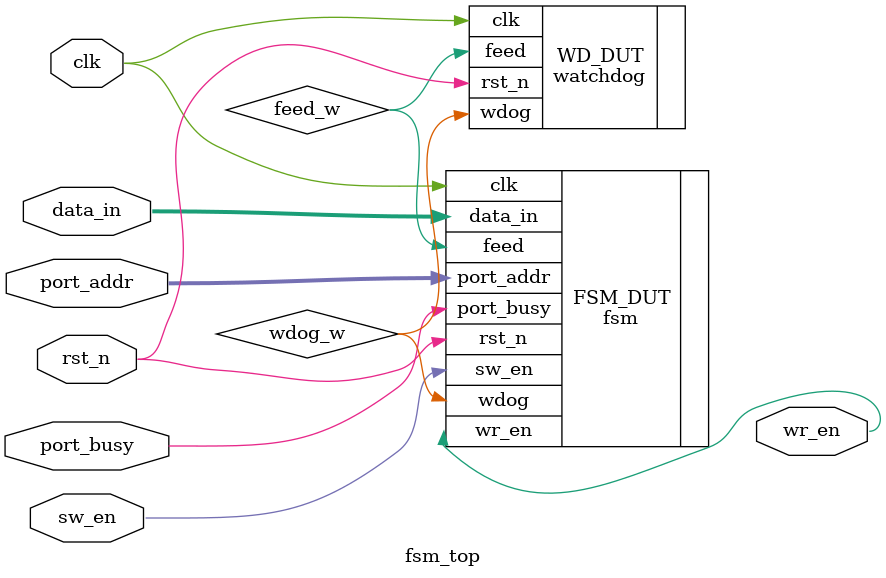
<source format=v>
`include "fsm_wd_module.v"
`include "fsm_module.v"

module fsm_top # (
    parameter W_WIDTH = 8
)(
    input clk, rst_n,
    input sw_en, port_busy,
    input [W_WIDTH-1:0] port_addr,
    input [W_WIDTH-1:0] data_in,
    output wr_en
);

    wire feed_w, wdog_w;

    watchdog # () WD_DUT (
        .clk(clk),
        .rst_n(rst_n),
        .feed(feed_w),
        .wdog(wdog_w)
    );

    fsm # (
        .W_WIDTH(W_WIDTH)
    ) FSM_DUT (
        .clk(clk),
        .rst_n(rst_n),
        .sw_en(sw_en),
        .port_busy(port_busy),
        .wdog(wdog_w),
        .port_addr(port_addr),
        .data_in(data_in),
        .wr_en(wr_en),
        .feed(feed_w)
    );
endmodule : fsm_top
</source>
